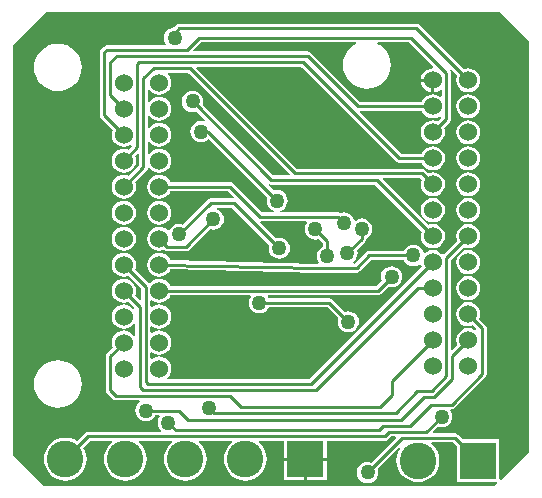
<source format=gbl>
G04*
G04 #@! TF.GenerationSoftware,Altium Limited,Altium Designer,20.0.2 (26)*
G04*
G04 Layer_Physical_Order=2*
G04 Layer_Color=16711680*
%FSLAX25Y25*%
%MOIN*%
G70*
G01*
G75*
%ADD12C,0.01000*%
%ADD24C,0.06000*%
%ADD25C,0.12224*%
%ADD26R,0.12224X0.12224*%
%ADD27C,0.05000*%
%ADD28C,0.01100*%
G36*
X289682Y355755D02*
X289415Y355315D01*
X288456Y355188D01*
X287483Y354785D01*
X286647Y354144D01*
X286006Y353309D01*
X285603Y352335D01*
X285531Y351791D01*
X289500D01*
Y351291D01*
X290000D01*
Y347323D01*
X290544Y347394D01*
X291517Y347797D01*
X291971Y348145D01*
X292471Y347899D01*
Y346023D01*
X291971Y345776D01*
X291517Y346124D01*
X290544Y346527D01*
X289500Y346664D01*
X288456Y346527D01*
X287483Y346124D01*
X286647Y345483D01*
X286006Y344647D01*
X285804Y344159D01*
X265104D01*
X248781Y360481D01*
X248285Y360813D01*
X247700Y360929D01*
X209746D01*
X209554Y361391D01*
X212134Y363971D01*
X263801D01*
X263926Y363471D01*
X263048Y363001D01*
X261847Y362015D01*
X260861Y360814D01*
X260128Y359443D01*
X259677Y357956D01*
X259525Y356409D01*
X259677Y354863D01*
X260128Y353376D01*
X260861Y352005D01*
X261847Y350803D01*
X263048Y349818D01*
X264419Y349085D01*
X265906Y348634D01*
X267453Y348481D01*
X269000Y348634D01*
X270487Y349085D01*
X271857Y349818D01*
X273059Y350803D01*
X274045Y352005D01*
X274777Y353376D01*
X275228Y354863D01*
X275381Y356409D01*
X275228Y357956D01*
X274777Y359443D01*
X274045Y360814D01*
X273059Y362015D01*
X271857Y363001D01*
X270979Y363471D01*
X271104Y363971D01*
X281467D01*
X289682Y355755D01*
D02*
G37*
G36*
X321500Y364500D02*
Y227500D01*
X312074Y218074D01*
X311612Y218265D01*
Y231612D01*
X299551D01*
X297970Y233193D01*
X297474Y233525D01*
X296888Y233641D01*
X289657D01*
X289466Y234103D01*
X291251Y235888D01*
X291486Y235790D01*
X292400Y235670D01*
X293314Y235790D01*
X294165Y236143D01*
X294896Y236704D01*
X295457Y237435D01*
X295810Y238286D01*
X295930Y239200D01*
X295810Y240114D01*
X295457Y240965D01*
X295260Y241222D01*
X295481Y241671D01*
X295700D01*
X296285Y241787D01*
X296781Y242119D01*
X306981Y252319D01*
X307313Y252815D01*
X307429Y253400D01*
Y268750D01*
X307313Y269335D01*
X306981Y269831D01*
X305006Y271807D01*
X305208Y272294D01*
X305346Y273339D01*
X305208Y274383D01*
X304805Y275356D01*
X304164Y276191D01*
X303328Y276833D01*
X302355Y277236D01*
X301311Y277373D01*
X300267Y277236D01*
X299294Y276833D01*
X298458Y276191D01*
X297817Y275356D01*
X297414Y274383D01*
X297276Y273339D01*
X297414Y272294D01*
X297817Y271321D01*
X298458Y270486D01*
X299294Y269845D01*
X300267Y269442D01*
X301311Y269304D01*
X302355Y269442D01*
X302843Y269644D01*
X304074Y268413D01*
X304047Y268250D01*
X303505Y268036D01*
X303328Y268171D01*
X302355Y268574D01*
X301311Y268712D01*
X300267Y268574D01*
X299294Y268171D01*
X298458Y267530D01*
X297817Y266694D01*
X297414Y265721D01*
X297276Y264677D01*
X297414Y263633D01*
X297616Y263145D01*
X295991Y261520D01*
X295529Y261712D01*
Y291378D01*
X299779Y295628D01*
X300267Y295426D01*
X301311Y295288D01*
X302355Y295426D01*
X303328Y295829D01*
X304164Y296470D01*
X304805Y297305D01*
X305208Y298279D01*
X305346Y299323D01*
X305208Y300367D01*
X304805Y301340D01*
X304164Y302176D01*
X303328Y302817D01*
X302355Y303220D01*
X301311Y303357D01*
X300267Y303220D01*
X299294Y302817D01*
X298458Y302176D01*
X297817Y301340D01*
X297414Y300367D01*
X297276Y299323D01*
X297414Y298279D01*
X297616Y297791D01*
X293138Y293313D01*
X292509Y293311D01*
X292353Y293514D01*
X291517Y294155D01*
X290544Y294558D01*
X289500Y294696D01*
X288456Y294558D01*
X287483Y294155D01*
X286926Y293728D01*
X286708Y293764D01*
X286363Y293927D01*
X286057Y294665D01*
X285496Y295396D01*
X284765Y295957D01*
X283914Y296310D01*
X283000Y296430D01*
X282086Y296310D01*
X281235Y295957D01*
X280504Y295396D01*
X279943Y294665D01*
X279845Y294429D01*
X268340D01*
X267755Y294313D01*
X267259Y293981D01*
X263478Y290201D01*
X263026Y290251D01*
X262873Y290702D01*
X263396Y291104D01*
X263957Y291835D01*
X264310Y292686D01*
X264430Y293600D01*
X264310Y294514D01*
X264212Y294749D01*
X266881Y297419D01*
X267213Y297915D01*
X267329Y298500D01*
Y298545D01*
X267565Y298643D01*
X268296Y299204D01*
X268857Y299935D01*
X269210Y300786D01*
X269330Y301700D01*
X269210Y302614D01*
X268857Y303465D01*
X268296Y304196D01*
X267565Y304757D01*
X266714Y305110D01*
X265800Y305230D01*
X264886Y305110D01*
X264035Y304757D01*
X263738Y304530D01*
X263222Y304710D01*
X263197Y304745D01*
X262857Y305565D01*
X262296Y306296D01*
X261565Y306857D01*
X260714Y307210D01*
X259800Y307330D01*
X258886Y307210D01*
X258574Y307081D01*
X258403Y307195D01*
X257818Y307311D01*
X238608D01*
X238514Y307790D01*
X239365Y308143D01*
X240096Y308704D01*
X240657Y309435D01*
X241010Y310286D01*
X241130Y311200D01*
X241010Y312114D01*
X240657Y312965D01*
X240096Y313696D01*
X239365Y314257D01*
X238514Y314610D01*
X237600Y314730D01*
X236686Y314610D01*
X236451Y314512D01*
X234746Y316217D01*
X235002Y316605D01*
X235040Y316630D01*
X235606Y316517D01*
X270143D01*
X285805Y300855D01*
X285603Y300367D01*
X285466Y299323D01*
X285603Y298279D01*
X286006Y297305D01*
X286647Y296470D01*
X287483Y295829D01*
X288456Y295426D01*
X289500Y295288D01*
X290544Y295426D01*
X291517Y295829D01*
X292353Y296470D01*
X292994Y297305D01*
X293397Y298279D01*
X293534Y299323D01*
X293397Y300367D01*
X292994Y301340D01*
X292353Y302176D01*
X291517Y302817D01*
X290544Y303220D01*
X289500Y303357D01*
X288456Y303220D01*
X287968Y303018D01*
X272711Y318275D01*
X272902Y318737D01*
X285246D01*
X285805Y318178D01*
X285603Y317690D01*
X285466Y316646D01*
X285603Y315601D01*
X286006Y314628D01*
X286647Y313793D01*
X287483Y313152D01*
X288456Y312749D01*
X289500Y312611D01*
X290544Y312749D01*
X291517Y313152D01*
X292353Y313793D01*
X292994Y314628D01*
X293397Y315601D01*
X293534Y316646D01*
X293397Y317690D01*
X292994Y318663D01*
X292353Y319498D01*
X291517Y320140D01*
X290544Y320543D01*
X289500Y320680D01*
X288456Y320543D01*
X287968Y320341D01*
X286961Y321348D01*
X286465Y321679D01*
X285879Y321796D01*
X244307D01*
X210694Y355409D01*
X210886Y355871D01*
X245474D01*
X277119Y324226D01*
X277615Y323894D01*
X278200Y323778D01*
X285804D01*
X286006Y323290D01*
X286647Y322454D01*
X287483Y321813D01*
X288456Y321410D01*
X289500Y321272D01*
X290544Y321410D01*
X291517Y321813D01*
X292353Y322454D01*
X292994Y323290D01*
X293397Y324263D01*
X293534Y325307D01*
X293397Y326351D01*
X292994Y327324D01*
X292353Y328160D01*
X291517Y328801D01*
X290544Y329204D01*
X289500Y329342D01*
X288456Y329204D01*
X287483Y328801D01*
X286647Y328160D01*
X286006Y327324D01*
X285804Y326836D01*
X278834D01*
X265031Y340638D01*
X265223Y341100D01*
X285804D01*
X286006Y340613D01*
X286647Y339777D01*
X287483Y339136D01*
X288456Y338733D01*
X289500Y338595D01*
X290544Y338733D01*
X291517Y339136D01*
X291616Y339212D01*
X292158Y338998D01*
X292188Y338819D01*
X291032Y337663D01*
X290544Y337865D01*
X289500Y338003D01*
X288456Y337865D01*
X287483Y337462D01*
X286647Y336821D01*
X286006Y335986D01*
X285603Y335013D01*
X285466Y333968D01*
X285603Y332924D01*
X286006Y331951D01*
X286647Y331116D01*
X287483Y330474D01*
X288456Y330071D01*
X289500Y329934D01*
X290544Y330071D01*
X291517Y330474D01*
X292353Y331116D01*
X292994Y331951D01*
X293397Y332924D01*
X293534Y333968D01*
X293397Y335013D01*
X293195Y335501D01*
X295081Y337387D01*
X295413Y337883D01*
X295529Y338468D01*
Y353600D01*
X295413Y354185D01*
X295143Y354589D01*
X295532Y354908D01*
X297616Y352823D01*
X297414Y352335D01*
X297276Y351291D01*
X297414Y350247D01*
X297817Y349274D01*
X298458Y348438D01*
X299294Y347797D01*
X300267Y347394D01*
X301311Y347257D01*
X302355Y347394D01*
X303328Y347797D01*
X304164Y348438D01*
X304805Y349274D01*
X305208Y350247D01*
X305346Y351291D01*
X305208Y352335D01*
X304805Y353309D01*
X304164Y354144D01*
X303328Y354785D01*
X302355Y355188D01*
X301311Y355326D01*
X300267Y355188D01*
X299779Y354986D01*
X285084Y369681D01*
X284588Y370013D01*
X284002Y370129D01*
X205000D01*
X204415Y370013D01*
X203919Y369681D01*
X203132Y368895D01*
X202486Y368810D01*
X201635Y368457D01*
X200904Y367896D01*
X200343Y367165D01*
X199990Y366314D01*
X199870Y365400D01*
X199990Y364486D01*
X200343Y363635D01*
X200540Y363378D01*
X200319Y362929D01*
X180800D01*
X180215Y362813D01*
X179719Y362481D01*
X178919Y361681D01*
X178587Y361185D01*
X178471Y360600D01*
Y339646D01*
X178587Y339060D01*
X178919Y338564D01*
X182805Y334678D01*
X182603Y334190D01*
X182466Y333146D01*
X182603Y332101D01*
X183006Y331128D01*
X183647Y330293D01*
X184483Y329652D01*
X185456Y329248D01*
X186500Y329111D01*
X187544Y329248D01*
X188517Y329652D01*
X188616Y329728D01*
X189158Y329513D01*
X189188Y329335D01*
X188032Y328179D01*
X187544Y328381D01*
X186500Y328519D01*
X185456Y328381D01*
X184483Y327978D01*
X183647Y327337D01*
X183006Y326501D01*
X182603Y325528D01*
X182466Y324484D01*
X182603Y323440D01*
X183006Y322467D01*
X183647Y321631D01*
X184483Y320990D01*
X185456Y320587D01*
X186500Y320450D01*
X187544Y320587D01*
X188517Y320990D01*
X189353Y321631D01*
X189994Y322467D01*
X190397Y323440D01*
X190534Y324484D01*
X190397Y325528D01*
X190195Y326016D01*
X191009Y326830D01*
X191471Y326639D01*
Y322956D01*
X188032Y319518D01*
X187544Y319720D01*
X186500Y319857D01*
X185456Y319720D01*
X184483Y319317D01*
X183647Y318676D01*
X183006Y317840D01*
X182603Y316867D01*
X182466Y315823D01*
X182603Y314779D01*
X183006Y313806D01*
X183647Y312970D01*
X184483Y312329D01*
X185456Y311926D01*
X186500Y311788D01*
X187544Y311926D01*
X188517Y312329D01*
X189353Y312970D01*
X189994Y313806D01*
X190397Y314779D01*
X190534Y315823D01*
X190397Y316867D01*
X190195Y317355D01*
X194081Y321241D01*
X194413Y321738D01*
X194482Y322083D01*
X195016Y322207D01*
X195458Y321631D01*
X196294Y320990D01*
X197267Y320587D01*
X198311Y320450D01*
X199355Y320587D01*
X200328Y320990D01*
X201164Y321631D01*
X201805Y322467D01*
X202208Y323440D01*
X202345Y324484D01*
X202208Y325528D01*
X201805Y326501D01*
X201164Y327337D01*
X200328Y327978D01*
X199355Y328381D01*
X198311Y328519D01*
X197267Y328381D01*
X196294Y327978D01*
X195458Y327337D01*
X195029Y326778D01*
X194529Y326948D01*
Y330682D01*
X195029Y330852D01*
X195458Y330293D01*
X196294Y329652D01*
X197267Y329248D01*
X198311Y329111D01*
X199355Y329248D01*
X200328Y329652D01*
X201164Y330293D01*
X201805Y331128D01*
X202208Y332101D01*
X202345Y333146D01*
X202208Y334190D01*
X201805Y335163D01*
X201164Y335998D01*
X200328Y336640D01*
X199355Y337043D01*
X198311Y337180D01*
X197267Y337043D01*
X196294Y336640D01*
X195458Y335998D01*
X195029Y335440D01*
X194529Y335609D01*
Y339343D01*
X195029Y339513D01*
X195458Y338954D01*
X196294Y338313D01*
X197267Y337910D01*
X198311Y337772D01*
X199355Y337910D01*
X200328Y338313D01*
X201164Y338954D01*
X201805Y339790D01*
X202208Y340763D01*
X202345Y341807D01*
X202208Y342851D01*
X201805Y343824D01*
X201164Y344660D01*
X200328Y345301D01*
X199355Y345704D01*
X198311Y345842D01*
X197267Y345704D01*
X196294Y345301D01*
X195458Y344660D01*
X195029Y344101D01*
X194529Y344271D01*
Y348005D01*
X195029Y348174D01*
X195458Y347616D01*
X196294Y346974D01*
X197267Y346571D01*
X198311Y346434D01*
X199355Y346571D01*
X200328Y346974D01*
X201164Y347616D01*
X201805Y348451D01*
X202208Y349424D01*
X202345Y350468D01*
X202208Y351513D01*
X201805Y352486D01*
X201164Y353321D01*
X201065Y353397D01*
X201226Y353871D01*
X207907D01*
X241739Y320038D01*
X241548Y319576D01*
X236240D01*
X212712Y343103D01*
X212810Y343339D01*
X212930Y344253D01*
X212810Y345166D01*
X212457Y346018D01*
X211896Y346749D01*
X211165Y347310D01*
X210314Y347662D01*
X209400Y347783D01*
X208486Y347662D01*
X207635Y347310D01*
X206904Y346749D01*
X206343Y346018D01*
X205990Y345166D01*
X205870Y344253D01*
X205990Y343339D01*
X206343Y342488D01*
X206904Y341756D01*
X207635Y341195D01*
X208486Y340843D01*
X209400Y340722D01*
X210314Y340843D01*
X210549Y340940D01*
X213498Y337992D01*
X213214Y337568D01*
X213114Y337610D01*
X212200Y337730D01*
X211286Y337610D01*
X210435Y337257D01*
X209704Y336696D01*
X209143Y335965D01*
X208790Y335114D01*
X208670Y334200D01*
X208790Y333286D01*
X209143Y332435D01*
X209704Y331704D01*
X210435Y331143D01*
X211286Y330790D01*
X212200Y330670D01*
X213114Y330790D01*
X213965Y331143D01*
X214696Y331704D01*
X214919Y331718D01*
X234288Y312349D01*
X234190Y312114D01*
X234070Y311200D01*
X234190Y310286D01*
X234543Y309435D01*
X235104Y308704D01*
X235835Y308143D01*
X236686Y307790D01*
X236592Y307311D01*
X232527D01*
X222934Y316904D01*
X222438Y317236D01*
X221853Y317352D01*
X202007D01*
X201805Y317840D01*
X201164Y318676D01*
X200328Y319317D01*
X199355Y319720D01*
X198311Y319857D01*
X197267Y319720D01*
X196294Y319317D01*
X195458Y318676D01*
X194817Y317840D01*
X194414Y316867D01*
X194276Y315823D01*
X194414Y314779D01*
X194817Y313806D01*
X195458Y312970D01*
X196294Y312329D01*
X197267Y311926D01*
X198311Y311788D01*
X199355Y311926D01*
X200328Y312329D01*
X201164Y312970D01*
X201805Y313806D01*
X202007Y314293D01*
X221219D01*
X223083Y312429D01*
X222876Y311929D01*
X215400D01*
X214815Y311813D01*
X214319Y311481D01*
X206049Y303212D01*
X205814Y303310D01*
X204900Y303430D01*
X203986Y303310D01*
X203135Y302957D01*
X202404Y302396D01*
X201843Y301665D01*
X201712Y301350D01*
X201216Y301284D01*
X201164Y301353D01*
X200328Y301994D01*
X199355Y302397D01*
X198311Y302535D01*
X197267Y302397D01*
X196294Y301994D01*
X195458Y301353D01*
X194817Y300517D01*
X194414Y299544D01*
X194276Y298500D01*
X194414Y297456D01*
X194817Y296483D01*
X195458Y295647D01*
X196294Y295006D01*
X197267Y294603D01*
X198311Y294465D01*
X199355Y294603D01*
X199843Y294805D01*
X199905Y294744D01*
X200401Y294412D01*
X200986Y294296D01*
X207125D01*
X207710Y294412D01*
X208206Y294744D01*
X215151Y301688D01*
X215386Y301590D01*
X216300Y301470D01*
X217214Y301590D01*
X218065Y301943D01*
X218796Y302504D01*
X219357Y303235D01*
X219710Y304086D01*
X219830Y305000D01*
X219710Y305914D01*
X219357Y306765D01*
X218796Y307496D01*
X218065Y308057D01*
X217309Y308371D01*
X217408Y308871D01*
X222567D01*
X234988Y296449D01*
X234890Y296214D01*
X234770Y295300D01*
X234890Y294386D01*
X235243Y293535D01*
X235804Y292804D01*
X236535Y292243D01*
X237386Y291890D01*
X238300Y291770D01*
X239214Y291890D01*
X240065Y292243D01*
X240796Y292804D01*
X241357Y293535D01*
X241710Y294386D01*
X241830Y295300D01*
X241710Y296214D01*
X241357Y297065D01*
X240796Y297796D01*
X240065Y298357D01*
X239214Y298710D01*
X238300Y298830D01*
X237386Y298710D01*
X237151Y298612D01*
X232010Y303753D01*
X232217Y304253D01*
X247217D01*
X247463Y303753D01*
X247243Y303465D01*
X246890Y302614D01*
X246770Y301700D01*
X246890Y300786D01*
X247243Y299935D01*
X247804Y299204D01*
X248535Y298643D01*
X249386Y298290D01*
X250300Y298170D01*
X251214Y298290D01*
X251449Y298388D01*
X252771Y297066D01*
Y295855D01*
X252535Y295757D01*
X251804Y295196D01*
X251243Y294465D01*
X250890Y293614D01*
X250770Y292700D01*
X250890Y291786D01*
X251243Y290935D01*
X251437Y290682D01*
X251186Y290188D01*
X202041Y291285D01*
X201805Y291856D01*
X201164Y292691D01*
X200328Y293333D01*
X199355Y293736D01*
X198311Y293873D01*
X197267Y293736D01*
X196294Y293333D01*
X195458Y292691D01*
X194817Y291856D01*
X194414Y290883D01*
X194276Y289839D01*
X194414Y288794D01*
X194817Y287821D01*
X195458Y286986D01*
X196294Y286345D01*
X197267Y285942D01*
X198311Y285804D01*
X199355Y285942D01*
X200328Y286345D01*
X201164Y286986D01*
X201805Y287821D01*
X201973Y288227D01*
X251461Y287122D01*
X251478Y287125D01*
X251495Y287121D01*
X264091D01*
X264676Y287238D01*
X265173Y287569D01*
X268974Y291371D01*
X279845D01*
X279943Y291135D01*
X280504Y290404D01*
X281235Y289843D01*
X282086Y289490D01*
X283000Y289370D01*
X283914Y289490D01*
X284765Y289843D01*
X285041Y290054D01*
X285575Y289834D01*
X285603Y289617D01*
X285805Y289129D01*
X248305Y251629D01*
X201059D01*
X200889Y252129D01*
X201164Y252340D01*
X201805Y253176D01*
X202208Y254149D01*
X202345Y255193D01*
X202208Y256237D01*
X201805Y257210D01*
X201164Y258046D01*
X200328Y258687D01*
X199355Y259090D01*
X198311Y259227D01*
X197267Y259090D01*
X196294Y258687D01*
X195840Y258339D01*
X195340Y258586D01*
Y260462D01*
X195840Y260708D01*
X196294Y260360D01*
X197267Y259957D01*
X198311Y259820D01*
X199355Y259957D01*
X200328Y260360D01*
X201164Y261002D01*
X201805Y261837D01*
X202208Y262810D01*
X202345Y263854D01*
X202208Y264899D01*
X201805Y265872D01*
X201164Y266707D01*
X200328Y267348D01*
X199355Y267752D01*
X198311Y267889D01*
X197267Y267752D01*
X196294Y267348D01*
X195840Y267001D01*
X195340Y267247D01*
Y269123D01*
X195840Y269370D01*
X196294Y269022D01*
X197267Y268619D01*
X198311Y268481D01*
X199355Y268619D01*
X200328Y269022D01*
X201164Y269663D01*
X201805Y270498D01*
X202208Y271472D01*
X202345Y272516D01*
X202208Y273560D01*
X201805Y274533D01*
X201164Y275369D01*
X200328Y276010D01*
X199355Y276413D01*
X198311Y276550D01*
X197267Y276413D01*
X196294Y276010D01*
X195840Y275662D01*
X195340Y275908D01*
Y277784D01*
X195840Y278031D01*
X196294Y277683D01*
X197267Y277280D01*
X198311Y277143D01*
X199355Y277280D01*
X200328Y277683D01*
X201164Y278324D01*
X201805Y279160D01*
X202007Y279648D01*
X228513D01*
X228760Y279148D01*
X228543Y278865D01*
X228190Y278014D01*
X228070Y277100D01*
X228190Y276186D01*
X228543Y275335D01*
X229104Y274604D01*
X229835Y274043D01*
X230686Y273690D01*
X231600Y273570D01*
X232514Y273690D01*
X233365Y274043D01*
X234096Y274604D01*
X234657Y275335D01*
X234755Y275571D01*
X254366D01*
X257988Y271949D01*
X257890Y271714D01*
X257770Y270800D01*
X257890Y269886D01*
X258243Y269035D01*
X258804Y268304D01*
X259535Y267743D01*
X260386Y267390D01*
X261300Y267270D01*
X262214Y267390D01*
X263065Y267743D01*
X263796Y268304D01*
X264357Y269035D01*
X264710Y269886D01*
X264830Y270800D01*
X264710Y271714D01*
X264357Y272565D01*
X263796Y273296D01*
X263065Y273857D01*
X262214Y274210D01*
X261300Y274330D01*
X260386Y274210D01*
X260151Y274112D01*
X256081Y278181D01*
X255585Y278513D01*
X255000Y278629D01*
X234755D01*
X234657Y278865D01*
X234440Y279148D01*
X234687Y279648D01*
X271077D01*
X271662Y279764D01*
X272159Y280096D01*
X274551Y282488D01*
X274786Y282390D01*
X275700Y282270D01*
X276614Y282390D01*
X277465Y282743D01*
X278196Y283304D01*
X278757Y284035D01*
X279110Y284886D01*
X279230Y285800D01*
X279110Y286714D01*
X278757Y287565D01*
X278196Y288296D01*
X277465Y288857D01*
X276614Y289210D01*
X275700Y289330D01*
X274786Y289210D01*
X273935Y288857D01*
X273204Y288296D01*
X272643Y287565D01*
X272290Y286714D01*
X272170Y285800D01*
X272290Y284886D01*
X272388Y284651D01*
X270444Y282707D01*
X202007D01*
X201805Y283194D01*
X201164Y284030D01*
X200328Y284671D01*
X199355Y285074D01*
X198311Y285212D01*
X197267Y285074D01*
X196294Y284671D01*
X195458Y284030D01*
X195302Y283827D01*
X194673Y283828D01*
X190195Y288306D01*
X190397Y288794D01*
X190534Y289839D01*
X190397Y290883D01*
X189994Y291856D01*
X189353Y292691D01*
X188517Y293333D01*
X187544Y293736D01*
X186500Y293873D01*
X185456Y293736D01*
X184483Y293333D01*
X183647Y292691D01*
X183006Y291856D01*
X182603Y290883D01*
X182466Y289839D01*
X182603Y288794D01*
X183006Y287821D01*
X183647Y286986D01*
X184483Y286345D01*
X185456Y285942D01*
X186500Y285804D01*
X187544Y285942D01*
X188032Y286144D01*
X192282Y281894D01*
Y278212D01*
X191820Y278020D01*
X190195Y279645D01*
X190397Y280133D01*
X190534Y281177D01*
X190397Y282221D01*
X189994Y283194D01*
X189353Y284030D01*
X188517Y284671D01*
X187544Y285074D01*
X186500Y285212D01*
X185456Y285074D01*
X184483Y284671D01*
X183647Y284030D01*
X183006Y283194D01*
X182603Y282221D01*
X182466Y281177D01*
X182603Y280133D01*
X183006Y279160D01*
X183647Y278324D01*
X184483Y277683D01*
X185456Y277280D01*
X186500Y277143D01*
X187544Y277280D01*
X188032Y277482D01*
X190076Y275438D01*
X190044Y275289D01*
X189507Y275168D01*
X189353Y275369D01*
X188517Y276010D01*
X187544Y276413D01*
X186500Y276550D01*
X185456Y276413D01*
X184483Y276010D01*
X183647Y275369D01*
X183006Y274533D01*
X182603Y273560D01*
X182466Y272516D01*
X182603Y271472D01*
X183006Y270498D01*
X183647Y269663D01*
X184483Y269022D01*
X185456Y268619D01*
X186500Y268481D01*
X187544Y268619D01*
X188517Y269022D01*
X189353Y269663D01*
X189782Y270222D01*
X190282Y270052D01*
Y266318D01*
X189782Y266148D01*
X189353Y266707D01*
X188517Y267348D01*
X187544Y267752D01*
X186500Y267889D01*
X185456Y267752D01*
X184483Y267348D01*
X183647Y266707D01*
X183006Y265872D01*
X182603Y264899D01*
X182466Y263854D01*
X182603Y262810D01*
X182805Y262322D01*
X180919Y260436D01*
X180587Y259940D01*
X180471Y259354D01*
Y248000D01*
X180587Y247415D01*
X180919Y246919D01*
X182819Y245019D01*
X183315Y244687D01*
X183900Y244571D01*
X191622D01*
X191792Y244071D01*
X191304Y243696D01*
X190743Y242965D01*
X190390Y242114D01*
X190270Y241200D01*
X190390Y240286D01*
X190743Y239435D01*
X191304Y238704D01*
X192035Y238143D01*
X192886Y237790D01*
X193800Y237670D01*
X194714Y237790D01*
X195565Y238143D01*
X196296Y238704D01*
X196857Y239435D01*
X196955Y239671D01*
X198219D01*
X198440Y239222D01*
X198243Y238965D01*
X197890Y238114D01*
X197770Y237200D01*
X197890Y236286D01*
X198243Y235435D01*
X198804Y234704D01*
X198885Y234641D01*
X198716Y234141D01*
X174612D01*
X174027Y234025D01*
X173530Y233693D01*
X170846Y231009D01*
X169735Y231602D01*
X168394Y232009D01*
X167000Y232146D01*
X165606Y232009D01*
X164265Y231602D01*
X163030Y230942D01*
X161947Y230053D01*
X161058Y228970D01*
X160398Y227735D01*
X159991Y226394D01*
X159854Y225000D01*
X159991Y223606D01*
X160398Y222265D01*
X161058Y221030D01*
X161947Y219947D01*
X163030Y219058D01*
X164265Y218398D01*
X165606Y217991D01*
X167000Y217854D01*
X168394Y217991D01*
X169735Y218398D01*
X170970Y219058D01*
X172053Y219947D01*
X172942Y221030D01*
X173602Y222265D01*
X174009Y223606D01*
X174146Y225000D01*
X174009Y226394D01*
X173602Y227735D01*
X173009Y228846D01*
X175245Y231082D01*
X182413D01*
X182592Y230582D01*
X181947Y230053D01*
X181058Y228970D01*
X180398Y227735D01*
X179991Y226394D01*
X179854Y225000D01*
X179991Y223606D01*
X180398Y222265D01*
X181058Y221030D01*
X181947Y219947D01*
X183030Y219058D01*
X184265Y218398D01*
X185606Y217991D01*
X187000Y217854D01*
X188394Y217991D01*
X189735Y218398D01*
X190970Y219058D01*
X192053Y219947D01*
X192942Y221030D01*
X193602Y222265D01*
X194009Y223606D01*
X194146Y225000D01*
X194009Y226394D01*
X193602Y227735D01*
X192942Y228970D01*
X192053Y230053D01*
X191408Y230582D01*
X191587Y231082D01*
X202413D01*
X202592Y230582D01*
X201947Y230053D01*
X201058Y228970D01*
X200398Y227735D01*
X199991Y226394D01*
X199854Y225000D01*
X199991Y223606D01*
X200398Y222265D01*
X201058Y221030D01*
X201947Y219947D01*
X203030Y219058D01*
X204265Y218398D01*
X205606Y217991D01*
X207000Y217854D01*
X208394Y217991D01*
X209735Y218398D01*
X210970Y219058D01*
X212053Y219947D01*
X212942Y221030D01*
X213602Y222265D01*
X214009Y223606D01*
X214146Y225000D01*
X214009Y226394D01*
X213602Y227735D01*
X212942Y228970D01*
X212053Y230053D01*
X211408Y230582D01*
X211587Y231082D01*
X222413D01*
X222592Y230582D01*
X221947Y230053D01*
X221058Y228970D01*
X220398Y227735D01*
X219991Y226394D01*
X219854Y225000D01*
X219991Y223606D01*
X220398Y222265D01*
X221058Y221030D01*
X221947Y219947D01*
X223030Y219058D01*
X224265Y218398D01*
X225606Y217991D01*
X227000Y217854D01*
X228394Y217991D01*
X229735Y218398D01*
X230970Y219058D01*
X232053Y219947D01*
X232942Y221030D01*
X233602Y222265D01*
X234009Y223606D01*
X234146Y225000D01*
X234009Y226394D01*
X233602Y227735D01*
X232942Y228970D01*
X232053Y230053D01*
X231408Y230582D01*
X231587Y231082D01*
X239888D01*
Y225500D01*
X247000D01*
X254112D01*
Y231082D01*
X273388D01*
X273973Y231199D01*
X274470Y231530D01*
X275522Y232582D01*
X276966D01*
X277158Y232120D01*
X268899Y223862D01*
X268664Y223960D01*
X267750Y224080D01*
X266836Y223960D01*
X265985Y223607D01*
X265254Y223046D01*
X264693Y222315D01*
X264340Y221464D01*
X264220Y220550D01*
X264340Y219636D01*
X264693Y218785D01*
X265254Y218054D01*
X265985Y217493D01*
X266836Y217140D01*
X267750Y217020D01*
X268664Y217140D01*
X269515Y217493D01*
X270246Y218054D01*
X270807Y218785D01*
X271160Y219636D01*
X271280Y220550D01*
X271160Y221464D01*
X271062Y221699D01*
X278269Y228906D01*
X278640Y228570D01*
X278558Y228470D01*
X277898Y227235D01*
X277491Y225894D01*
X277354Y224500D01*
X277491Y223106D01*
X277898Y221765D01*
X278558Y220530D01*
X279447Y219447D01*
X280530Y218558D01*
X281765Y217898D01*
X283106Y217491D01*
X284500Y217354D01*
X285894Y217491D01*
X287235Y217898D01*
X288470Y218558D01*
X289553Y219447D01*
X290442Y220530D01*
X291102Y221765D01*
X291509Y223106D01*
X291646Y224500D01*
X291509Y225894D01*
X291102Y227235D01*
X290442Y228470D01*
X289553Y229553D01*
X288908Y230082D01*
X289087Y230582D01*
X296255D01*
X297388Y229449D01*
Y217388D01*
X310735D01*
X310926Y216926D01*
X310000Y216000D01*
X160000D01*
X149500Y226500D01*
Y363000D01*
X160500Y374000D01*
X312000D01*
X321500Y364500D01*
D02*
G37*
%LPC*%
G36*
X289000Y350791D02*
X285531D01*
X285603Y350247D01*
X286006Y349274D01*
X286647Y348438D01*
X287483Y347797D01*
X288456Y347394D01*
X289000Y347323D01*
Y350791D01*
D02*
G37*
G36*
X164453Y363514D02*
X162906Y363362D01*
X161419Y362911D01*
X160048Y362178D01*
X158847Y361192D01*
X157861Y359991D01*
X157128Y358621D01*
X156677Y357133D01*
X156525Y355587D01*
X156677Y354040D01*
X157128Y352553D01*
X157861Y351182D01*
X158847Y349981D01*
X160048Y348995D01*
X161419Y348262D01*
X162906Y347811D01*
X164453Y347659D01*
X165999Y347811D01*
X167487Y348262D01*
X168857Y348995D01*
X170059Y349981D01*
X171045Y351182D01*
X171777Y352553D01*
X172228Y354040D01*
X172381Y355587D01*
X172228Y357133D01*
X171777Y358621D01*
X171045Y359991D01*
X170059Y361192D01*
X168857Y362178D01*
X167487Y362911D01*
X165999Y363362D01*
X164453Y363514D01*
D02*
G37*
G36*
X301311Y346664D02*
X300267Y346527D01*
X299294Y346124D01*
X298458Y345483D01*
X297817Y344647D01*
X297414Y343674D01*
X297276Y342630D01*
X297414Y341586D01*
X297817Y340613D01*
X298458Y339777D01*
X299294Y339136D01*
X300267Y338733D01*
X301311Y338595D01*
X302355Y338733D01*
X303328Y339136D01*
X304164Y339777D01*
X304805Y340613D01*
X305208Y341586D01*
X305346Y342630D01*
X305208Y343674D01*
X304805Y344647D01*
X304164Y345483D01*
X303328Y346124D01*
X302355Y346527D01*
X301311Y346664D01*
D02*
G37*
G36*
Y338003D02*
X300267Y337865D01*
X299294Y337462D01*
X298458Y336821D01*
X297817Y335986D01*
X297414Y335013D01*
X297276Y333968D01*
X297414Y332924D01*
X297817Y331951D01*
X298458Y331116D01*
X299294Y330474D01*
X300267Y330071D01*
X301311Y329934D01*
X302355Y330071D01*
X303328Y330474D01*
X304164Y331116D01*
X304805Y331951D01*
X305208Y332924D01*
X305346Y333968D01*
X305208Y335013D01*
X304805Y335986D01*
X304164Y336821D01*
X303328Y337462D01*
X302355Y337865D01*
X301311Y338003D01*
D02*
G37*
G36*
Y329342D02*
X300267Y329204D01*
X299294Y328801D01*
X298458Y328160D01*
X297817Y327324D01*
X297414Y326351D01*
X297276Y325307D01*
X297414Y324263D01*
X297817Y323290D01*
X298458Y322454D01*
X299294Y321813D01*
X300267Y321410D01*
X301311Y321272D01*
X302355Y321410D01*
X303328Y321813D01*
X304164Y322454D01*
X304805Y323290D01*
X305208Y324263D01*
X305346Y325307D01*
X305208Y326351D01*
X304805Y327324D01*
X304164Y328160D01*
X303328Y328801D01*
X302355Y329204D01*
X301311Y329342D01*
D02*
G37*
G36*
Y320680D02*
X300267Y320543D01*
X299294Y320140D01*
X298458Y319498D01*
X297817Y318663D01*
X297414Y317690D01*
X297276Y316646D01*
X297414Y315601D01*
X297817Y314628D01*
X298458Y313793D01*
X299294Y313152D01*
X300267Y312749D01*
X301311Y312611D01*
X302355Y312749D01*
X303328Y313152D01*
X304164Y313793D01*
X304805Y314628D01*
X305208Y315601D01*
X305346Y316646D01*
X305208Y317690D01*
X304805Y318663D01*
X304164Y319498D01*
X303328Y320140D01*
X302355Y320543D01*
X301311Y320680D01*
D02*
G37*
G36*
Y312019D02*
X300267Y311881D01*
X299294Y311478D01*
X298458Y310837D01*
X297817Y310001D01*
X297414Y309028D01*
X297276Y307984D01*
X297414Y306940D01*
X297817Y305967D01*
X298458Y305131D01*
X299294Y304490D01*
X300267Y304087D01*
X301311Y303950D01*
X302355Y304087D01*
X303328Y304490D01*
X304164Y305131D01*
X304805Y305967D01*
X305208Y306940D01*
X305346Y307984D01*
X305208Y309028D01*
X304805Y310001D01*
X304164Y310837D01*
X303328Y311478D01*
X302355Y311881D01*
X301311Y312019D01*
D02*
G37*
G36*
X289500D02*
X288456Y311881D01*
X287483Y311478D01*
X286647Y310837D01*
X286006Y310001D01*
X285603Y309028D01*
X285466Y307984D01*
X285603Y306940D01*
X286006Y305967D01*
X286647Y305131D01*
X287483Y304490D01*
X288456Y304087D01*
X289500Y303950D01*
X290544Y304087D01*
X291517Y304490D01*
X292353Y305131D01*
X292994Y305967D01*
X293397Y306940D01*
X293534Y307984D01*
X293397Y309028D01*
X292994Y310001D01*
X292353Y310837D01*
X291517Y311478D01*
X290544Y311881D01*
X289500Y312019D01*
D02*
G37*
G36*
X198311Y311196D02*
X197267Y311058D01*
X196294Y310655D01*
X195458Y310014D01*
X194817Y309179D01*
X194414Y308206D01*
X194276Y307161D01*
X194414Y306117D01*
X194817Y305144D01*
X195458Y304309D01*
X196294Y303667D01*
X197267Y303264D01*
X198311Y303127D01*
X199355Y303264D01*
X200328Y303667D01*
X201164Y304309D01*
X201805Y305144D01*
X202208Y306117D01*
X202345Y307161D01*
X202208Y308206D01*
X201805Y309179D01*
X201164Y310014D01*
X200328Y310655D01*
X199355Y311058D01*
X198311Y311196D01*
D02*
G37*
G36*
X186500D02*
X185456Y311058D01*
X184483Y310655D01*
X183647Y310014D01*
X183006Y309179D01*
X182603Y308206D01*
X182466Y307161D01*
X182603Y306117D01*
X183006Y305144D01*
X183647Y304309D01*
X184483Y303667D01*
X185456Y303264D01*
X186500Y303127D01*
X187544Y303264D01*
X188517Y303667D01*
X189353Y304309D01*
X189994Y305144D01*
X190397Y306117D01*
X190534Y307161D01*
X190397Y308206D01*
X189994Y309179D01*
X189353Y310014D01*
X188517Y310655D01*
X187544Y311058D01*
X186500Y311196D01*
D02*
G37*
G36*
Y302535D02*
X185456Y302397D01*
X184483Y301994D01*
X183647Y301353D01*
X183006Y300517D01*
X182603Y299544D01*
X182466Y298500D01*
X182603Y297456D01*
X183006Y296483D01*
X183647Y295647D01*
X184483Y295006D01*
X185456Y294603D01*
X186500Y294465D01*
X187544Y294603D01*
X188517Y295006D01*
X189353Y295647D01*
X189994Y296483D01*
X190397Y297456D01*
X190534Y298500D01*
X190397Y299544D01*
X189994Y300517D01*
X189353Y301353D01*
X188517Y301994D01*
X187544Y302397D01*
X186500Y302535D01*
D02*
G37*
G36*
X301311Y294696D02*
X300267Y294558D01*
X299294Y294155D01*
X298458Y293514D01*
X297817Y292679D01*
X297414Y291706D01*
X297276Y290661D01*
X297414Y289617D01*
X297817Y288644D01*
X298458Y287809D01*
X299294Y287167D01*
X300267Y286764D01*
X301311Y286627D01*
X302355Y286764D01*
X303328Y287167D01*
X304164Y287809D01*
X304805Y288644D01*
X305208Y289617D01*
X305346Y290661D01*
X305208Y291706D01*
X304805Y292679D01*
X304164Y293514D01*
X303328Y294155D01*
X302355Y294558D01*
X301311Y294696D01*
D02*
G37*
G36*
Y286034D02*
X300267Y285897D01*
X299294Y285494D01*
X298458Y284853D01*
X297817Y284017D01*
X297414Y283044D01*
X297276Y282000D01*
X297414Y280956D01*
X297817Y279983D01*
X298458Y279147D01*
X299294Y278506D01*
X300267Y278103D01*
X301311Y277965D01*
X302355Y278103D01*
X303328Y278506D01*
X304164Y279147D01*
X304805Y279983D01*
X305208Y280956D01*
X305346Y282000D01*
X305208Y283044D01*
X304805Y284017D01*
X304164Y284853D01*
X303328Y285494D01*
X302355Y285897D01*
X301311Y286034D01*
D02*
G37*
G36*
X164453Y258003D02*
X162906Y257850D01*
X161419Y257399D01*
X160048Y256667D01*
X158847Y255681D01*
X157861Y254479D01*
X157128Y253109D01*
X156677Y251622D01*
X156525Y250075D01*
X156677Y248528D01*
X157128Y247041D01*
X157861Y245670D01*
X158847Y244469D01*
X160048Y243483D01*
X161419Y242750D01*
X162906Y242299D01*
X164453Y242147D01*
X165999Y242299D01*
X167487Y242750D01*
X168857Y243483D01*
X170059Y244469D01*
X171045Y245670D01*
X171777Y247041D01*
X172228Y248528D01*
X172381Y250075D01*
X172228Y251622D01*
X171777Y253109D01*
X171045Y254479D01*
X170059Y255681D01*
X168857Y256667D01*
X167487Y257399D01*
X165999Y257850D01*
X164453Y258003D01*
D02*
G37*
G36*
X254112Y224500D02*
X247500D01*
Y217888D01*
X254112D01*
Y224500D01*
D02*
G37*
G36*
X246500D02*
X239888D01*
Y217888D01*
X246500D01*
Y224500D01*
D02*
G37*
%LPD*%
D12*
X207125Y295825D02*
X216300Y305000D01*
X267750Y220550D02*
X279312Y232112D01*
X273388Y232612D02*
X274888Y234112D01*
X174612Y232612D02*
X273388D01*
X271388Y234612D02*
X272888Y236112D01*
X203888Y234612D02*
X271388D01*
X272888Y236112D02*
X281756D01*
X270888Y238112D02*
X278887D01*
X270826Y238050D02*
X270888Y238112D01*
X207950Y238050D02*
X270826D01*
X274888Y234112D02*
X287312D01*
X205000Y368600D02*
X284002D01*
X203400Y367000D02*
X205000Y368600D01*
X284002D02*
X301311Y351291D01*
X203400Y365400D02*
Y367000D01*
X301311Y273339D02*
X305900Y268750D01*
Y253400D02*
Y268750D01*
X295700Y243200D02*
X305900Y253400D01*
X288844Y243200D02*
X295700D01*
X281756Y236112D02*
X288844Y243200D01*
X201300Y237200D02*
X203888Y234612D01*
X289500Y333968D02*
X294000Y338468D01*
Y353600D01*
X282100Y365500D02*
X294000Y353600D01*
X211500Y365500D02*
X282100D01*
X207400Y361400D02*
X211500Y365500D01*
X180800Y361400D02*
X207400D01*
X180000Y360600D02*
X180800Y361400D01*
X180000Y339646D02*
Y360600D01*
Y339646D02*
X186500Y333146D01*
X209400Y344253D02*
X235606Y318047D01*
X270776D01*
X289500Y299323D01*
X296888Y232112D02*
X304500Y224500D01*
X279312Y232112D02*
X296888D01*
X223200Y310400D02*
X238300Y295300D01*
X215400Y310400D02*
X223200D01*
X204900Y299900D02*
X215400Y310400D01*
X214600Y334200D02*
X237600Y311200D01*
X212200Y334200D02*
X214600D01*
X265800Y298500D02*
Y301700D01*
X260900Y293600D02*
X265800Y298500D01*
X287312Y234112D02*
X292400Y239200D01*
X167000Y225000D02*
X174612Y232612D01*
X254300Y292700D02*
Y297700D01*
X250300Y301700D02*
X254300Y297700D01*
X198311Y315823D02*
X221853D01*
X231894Y305782D01*
X257818D01*
X259800Y303800D01*
X268340Y292900D02*
X283000D01*
X264091Y288651D02*
X268340Y292900D01*
X251495Y288651D02*
X264091D01*
X198311Y289839D02*
X251495Y288651D01*
X193800Y241200D02*
X204800D01*
X207950Y238050D01*
X278887Y238112D02*
X286409Y245634D01*
X289912D01*
X296000Y251722D01*
Y259366D01*
X301311Y264677D01*
X214800Y242100D02*
X216400Y240500D01*
X277057D01*
X284300Y247743D01*
X289043D01*
X294000Y252700D01*
Y292012D01*
X301311Y299323D01*
X182000Y346307D02*
X186500Y341807D01*
X182000Y346307D02*
Y357300D01*
X184100Y359400D01*
X247700D01*
X264470Y342630D01*
X289500D01*
X278200Y325307D02*
X289500D01*
X246107Y357400D02*
X278200Y325307D01*
X191600Y357400D02*
X246107D01*
X191000Y356800D02*
X191600Y357400D01*
X191000Y328984D02*
Y356800D01*
X186500Y324484D02*
X191000Y328984D01*
X285879Y320266D02*
X289500Y316646D01*
X243674Y320266D02*
X285879D01*
X208540Y355400D02*
X243674Y320266D01*
X196400Y355400D02*
X208540D01*
X193000Y352000D02*
X196400Y355400D01*
X193000Y322323D02*
Y352000D01*
X186500Y315823D02*
X193000Y322323D01*
X231600Y277100D02*
X255000D01*
X261300Y270800D01*
X198311Y298500D02*
X200986Y295825D01*
X207125D01*
X271077Y281177D02*
X275700Y285800D01*
X198311Y281177D02*
X271077D01*
X182000Y259354D02*
X186500Y263854D01*
X182000Y248000D02*
Y259354D01*
Y248000D02*
X183900Y246100D01*
X222000D01*
X225600Y242500D01*
X272000D01*
X275900Y246400D01*
Y251077D01*
X289500Y264677D01*
X284400Y282000D02*
X289500D01*
X250500Y248100D02*
X284400Y282000D01*
X192862Y248100D02*
X250500D01*
X191811Y249151D02*
X192862Y248100D01*
X191811Y249151D02*
Y275866D01*
X186500Y281177D02*
X191811Y275866D01*
X186500Y289839D02*
X193811Y282528D01*
Y250700D02*
Y282528D01*
Y250700D02*
X194411Y250100D01*
X248939D01*
X289500Y290661D01*
D24*
X186500Y255193D02*
D03*
Y263854D02*
D03*
Y272516D02*
D03*
Y281177D02*
D03*
Y289839D02*
D03*
Y298500D02*
D03*
Y307161D02*
D03*
Y315823D02*
D03*
Y324484D02*
D03*
Y333146D02*
D03*
Y341807D02*
D03*
Y350468D02*
D03*
X198311Y255193D02*
D03*
D03*
Y263854D02*
D03*
Y272516D02*
D03*
Y281177D02*
D03*
Y289839D02*
D03*
Y298500D02*
D03*
Y307161D02*
D03*
Y315823D02*
D03*
Y324484D02*
D03*
Y333146D02*
D03*
Y341807D02*
D03*
Y350468D02*
D03*
X301311Y256016D02*
D03*
Y264677D02*
D03*
Y273339D02*
D03*
Y282000D02*
D03*
Y290661D02*
D03*
Y299323D02*
D03*
Y307984D02*
D03*
Y316646D02*
D03*
Y325307D02*
D03*
Y333968D02*
D03*
Y342630D02*
D03*
Y351291D02*
D03*
D03*
X289500Y256016D02*
D03*
Y264677D02*
D03*
Y273339D02*
D03*
Y282000D02*
D03*
Y290661D02*
D03*
Y299323D02*
D03*
Y307984D02*
D03*
Y316646D02*
D03*
Y325307D02*
D03*
Y333968D02*
D03*
Y342630D02*
D03*
Y351291D02*
D03*
D25*
X284500Y224500D02*
D03*
X207000Y225000D02*
D03*
X187000D02*
D03*
X227000D02*
D03*
X167000D02*
D03*
D26*
X304500Y224500D02*
D03*
X247000Y225000D02*
D03*
D27*
X216300Y305000D02*
D03*
X267750Y220550D02*
D03*
X203400Y365400D02*
D03*
X201300Y237200D02*
D03*
X209400Y344253D02*
D03*
X238300Y295300D02*
D03*
X204900Y299900D02*
D03*
X237600Y311200D02*
D03*
X212200Y334200D02*
D03*
X265800Y301700D02*
D03*
X260900Y293600D02*
D03*
X292400Y239200D02*
D03*
X254300Y292700D02*
D03*
X250300Y301700D02*
D03*
X259800Y303800D02*
D03*
X283000Y292900D02*
D03*
X193800Y241200D02*
D03*
X214800Y242100D02*
D03*
X231600Y277100D02*
D03*
X261300Y270800D02*
D03*
X275700Y285800D02*
D03*
D28*
X315000Y370000D02*
D03*
X317500Y365000D02*
D03*
X315000Y360000D02*
D03*
X317500Y355000D02*
D03*
X315000Y350000D02*
D03*
X317500Y345000D02*
D03*
X315000Y340000D02*
D03*
X317500Y335000D02*
D03*
X315000Y330000D02*
D03*
X317500Y325000D02*
D03*
X315000Y320000D02*
D03*
X317500Y315000D02*
D03*
X315000Y310000D02*
D03*
X317500Y305000D02*
D03*
X315000Y300000D02*
D03*
X317500Y295000D02*
D03*
X315000Y290000D02*
D03*
X317500Y285000D02*
D03*
X315000Y280000D02*
D03*
X317500Y275000D02*
D03*
X315000Y270000D02*
D03*
X317500Y265000D02*
D03*
X315000Y260000D02*
D03*
X317500Y255000D02*
D03*
X315000Y250000D02*
D03*
X317500Y245000D02*
D03*
Y235000D02*
D03*
X315000Y230000D02*
D03*
X317500Y225000D02*
D03*
X310000Y370000D02*
D03*
X312500Y365000D02*
D03*
X310000Y360000D02*
D03*
X312500Y355000D02*
D03*
X310000Y350000D02*
D03*
X312500Y345000D02*
D03*
X310000Y340000D02*
D03*
X312500Y335000D02*
D03*
X310000Y330000D02*
D03*
X312500Y325000D02*
D03*
X310000Y320000D02*
D03*
X312500Y315000D02*
D03*
Y305000D02*
D03*
Y295000D02*
D03*
Y285000D02*
D03*
Y275000D02*
D03*
Y265000D02*
D03*
Y255000D02*
D03*
Y245000D02*
D03*
Y225000D02*
D03*
X305000Y370000D02*
D03*
X307500Y365000D02*
D03*
Y345000D02*
D03*
Y335000D02*
D03*
X305000Y330000D02*
D03*
X307500Y325000D02*
D03*
X305000Y320000D02*
D03*
X307500Y315000D02*
D03*
Y305000D02*
D03*
X300000Y370000D02*
D03*
X295000D02*
D03*
Y320000D02*
D03*
Y310000D02*
D03*
X297500Y305000D02*
D03*
X295000Y300000D02*
D03*
Y220000D02*
D03*
X290000Y370000D02*
D03*
X292500Y295000D02*
D03*
Y225000D02*
D03*
X285000Y350000D02*
D03*
Y330000D02*
D03*
Y310000D02*
D03*
X287500Y295000D02*
D03*
X282500Y345000D02*
D03*
X280000Y340000D02*
D03*
Y330000D02*
D03*
X282500Y315000D02*
D03*
X280000Y290000D02*
D03*
X277500Y345000D02*
D03*
X275000Y340000D02*
D03*
X277500Y335000D02*
D03*
Y315000D02*
D03*
X275000Y310000D02*
D03*
X277500Y305000D02*
D03*
X275000Y300000D02*
D03*
Y290000D02*
D03*
Y280000D02*
D03*
Y220000D02*
D03*
X272500Y335000D02*
D03*
X270000Y330000D02*
D03*
Y310000D02*
D03*
X272500Y305000D02*
D03*
X270000Y300000D02*
D03*
Y290000D02*
D03*
X265000Y330000D02*
D03*
X267500Y325000D02*
D03*
Y315000D02*
D03*
X265000Y310000D02*
D03*
X267500Y295000D02*
D03*
Y285000D02*
D03*
Y275000D02*
D03*
X262500Y325000D02*
D03*
Y315000D02*
D03*
X260000Y310000D02*
D03*
X262500Y285000D02*
D03*
Y275000D02*
D03*
X260000Y220000D02*
D03*
X257500Y325000D02*
D03*
Y315000D02*
D03*
X255000Y230000D02*
D03*
X257500Y225000D02*
D03*
X255000Y220000D02*
D03*
X250000Y350000D02*
D03*
X252500Y325000D02*
D03*
Y315000D02*
D03*
X245000Y350000D02*
D03*
X247500Y325000D02*
D03*
X245000Y270000D02*
D03*
X242500Y345000D02*
D03*
X240000Y340000D02*
D03*
X242500Y325000D02*
D03*
X235000Y340000D02*
D03*
Y270000D02*
D03*
Y260000D02*
D03*
X237500Y255000D02*
D03*
X235000Y230000D02*
D03*
X237500Y225000D02*
D03*
X235000Y220000D02*
D03*
X230000Y340000D02*
D03*
X232500Y335000D02*
D03*
X230000Y270000D02*
D03*
X232500Y265000D02*
D03*
X230000Y260000D02*
D03*
X232500Y255000D02*
D03*
X227500Y315000D02*
D03*
Y295000D02*
D03*
Y285000D02*
D03*
Y275000D02*
D03*
Y265000D02*
D03*
Y255000D02*
D03*
X222500Y335000D02*
D03*
X220000Y270000D02*
D03*
Y220000D02*
D03*
X217500Y355000D02*
D03*
X215000Y230000D02*
D03*
X217500Y225000D02*
D03*
X215000Y220000D02*
D03*
X212500Y355000D02*
D03*
X210000Y340000D02*
D03*
X205000Y320000D02*
D03*
Y310000D02*
D03*
X202500Y305000D02*
D03*
Y285000D02*
D03*
Y275000D02*
D03*
X200000Y220000D02*
D03*
X195000Y320000D02*
D03*
X197500Y235000D02*
D03*
X195000Y230000D02*
D03*
Y220000D02*
D03*
X192500Y305000D02*
D03*
Y295000D02*
D03*
Y235000D02*
D03*
X187500Y365000D02*
D03*
X185000Y240000D02*
D03*
X187500Y235000D02*
D03*
X180000Y370000D02*
D03*
Y300000D02*
D03*
X182500Y295000D02*
D03*
X180000Y290000D02*
D03*
X182500Y285000D02*
D03*
X180000Y280000D02*
D03*
X182500Y275000D02*
D03*
X180000Y270000D02*
D03*
Y240000D02*
D03*
X182500Y235000D02*
D03*
X180000Y230000D02*
D03*
Y220000D02*
D03*
X175000Y370000D02*
D03*
X177500Y365000D02*
D03*
X175000Y360000D02*
D03*
X177500Y355000D02*
D03*
X175000Y350000D02*
D03*
X177500Y345000D02*
D03*
X175000Y340000D02*
D03*
X177500Y335000D02*
D03*
X175000Y330000D02*
D03*
X177500Y325000D02*
D03*
X175000Y320000D02*
D03*
X177500Y315000D02*
D03*
X175000Y310000D02*
D03*
X177500Y305000D02*
D03*
X175000Y300000D02*
D03*
X177500Y295000D02*
D03*
X175000Y290000D02*
D03*
X177500Y285000D02*
D03*
X175000Y280000D02*
D03*
X177500Y275000D02*
D03*
X175000Y270000D02*
D03*
X177500Y265000D02*
D03*
X175000Y260000D02*
D03*
X177500Y255000D02*
D03*
X175000Y250000D02*
D03*
X177500Y245000D02*
D03*
X175000Y240000D02*
D03*
X177500Y235000D02*
D03*
Y225000D02*
D03*
X175000Y220000D02*
D03*
X170000Y370000D02*
D03*
X172500Y365000D02*
D03*
Y345000D02*
D03*
X170000Y340000D02*
D03*
X172500Y335000D02*
D03*
X170000Y330000D02*
D03*
X172500Y325000D02*
D03*
X170000Y320000D02*
D03*
X172500Y315000D02*
D03*
X170000Y310000D02*
D03*
X172500Y305000D02*
D03*
X170000Y300000D02*
D03*
X172500Y295000D02*
D03*
X170000Y290000D02*
D03*
X172500Y285000D02*
D03*
X170000Y280000D02*
D03*
X172500Y275000D02*
D03*
X170000Y270000D02*
D03*
X172500Y265000D02*
D03*
X170000Y260000D02*
D03*
X172500Y255000D02*
D03*
Y245000D02*
D03*
X170000Y240000D02*
D03*
X172500Y235000D02*
D03*
X165000Y370000D02*
D03*
X167500Y365000D02*
D03*
Y345000D02*
D03*
X165000Y340000D02*
D03*
X167500Y335000D02*
D03*
X165000Y330000D02*
D03*
X167500Y325000D02*
D03*
X165000Y320000D02*
D03*
X167500Y315000D02*
D03*
X165000Y310000D02*
D03*
X167500Y305000D02*
D03*
X165000Y300000D02*
D03*
X167500Y295000D02*
D03*
X165000Y290000D02*
D03*
X167500Y285000D02*
D03*
X165000Y280000D02*
D03*
X167500Y275000D02*
D03*
X165000Y270000D02*
D03*
X167500Y265000D02*
D03*
X165000Y260000D02*
D03*
Y240000D02*
D03*
X167500Y235000D02*
D03*
X160000Y370000D02*
D03*
X162500Y365000D02*
D03*
Y345000D02*
D03*
X160000Y340000D02*
D03*
X162500Y335000D02*
D03*
X160000Y330000D02*
D03*
X162500Y325000D02*
D03*
X160000Y320000D02*
D03*
X162500Y315000D02*
D03*
X160000Y310000D02*
D03*
X162500Y305000D02*
D03*
X160000Y300000D02*
D03*
X162500Y295000D02*
D03*
X160000Y290000D02*
D03*
X162500Y285000D02*
D03*
X160000Y280000D02*
D03*
X162500Y275000D02*
D03*
X160000Y270000D02*
D03*
X162500Y265000D02*
D03*
X160000Y260000D02*
D03*
Y240000D02*
D03*
X162500Y235000D02*
D03*
X160000Y230000D02*
D03*
Y220000D02*
D03*
X157500Y365000D02*
D03*
X155000Y360000D02*
D03*
Y350000D02*
D03*
X157500Y345000D02*
D03*
X155000Y340000D02*
D03*
X157500Y335000D02*
D03*
X155000Y330000D02*
D03*
X157500Y325000D02*
D03*
X155000Y320000D02*
D03*
X157500Y315000D02*
D03*
X155000Y310000D02*
D03*
X157500Y305000D02*
D03*
X155000Y300000D02*
D03*
X157500Y295000D02*
D03*
X155000Y290000D02*
D03*
X157500Y285000D02*
D03*
X155000Y280000D02*
D03*
X157500Y275000D02*
D03*
X155000Y270000D02*
D03*
X157500Y265000D02*
D03*
X155000Y260000D02*
D03*
X157500Y255000D02*
D03*
X155000Y250000D02*
D03*
X157500Y245000D02*
D03*
X155000Y240000D02*
D03*
X157500Y235000D02*
D03*
X155000Y230000D02*
D03*
X157500Y225000D02*
D03*
M02*

</source>
